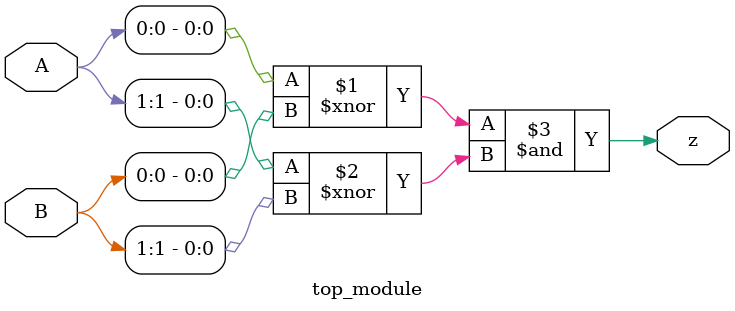
<source format=sv>
module top_module(
  input [1:0] A,
  input [1:0] B,
  output z
);
  assign z = (A[0] ~^ B[0]) & (A[1] ~^ B[1]);
endmodule

</source>
